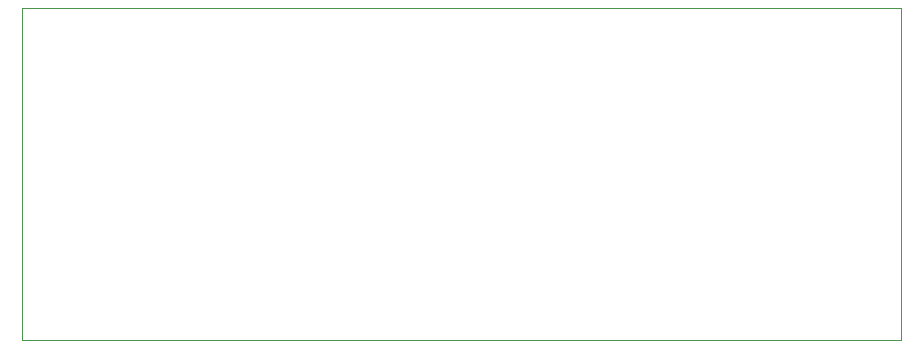
<source format=gbr>
G04*
G04 #@! TF.GenerationSoftware,Altium Limited,Altium Designer,24.6.1 (21)*
G04*
G04 Layer_Color=0*
%FSLAX25Y25*%
%MOIN*%
G70*
G04*
G04 #@! TF.SameCoordinates,070BA572-D09E-44C5-9521-77B36399D436*
G04*
G04*
G04 #@! TF.FilePolarity,Positive*
G04*
G01*
G75*
%ADD51C,0.00100*%
D51*
X380000Y341500D02*
X673000D01*
Y452000D01*
X380000D01*
Y341500D01*
M02*

</source>
